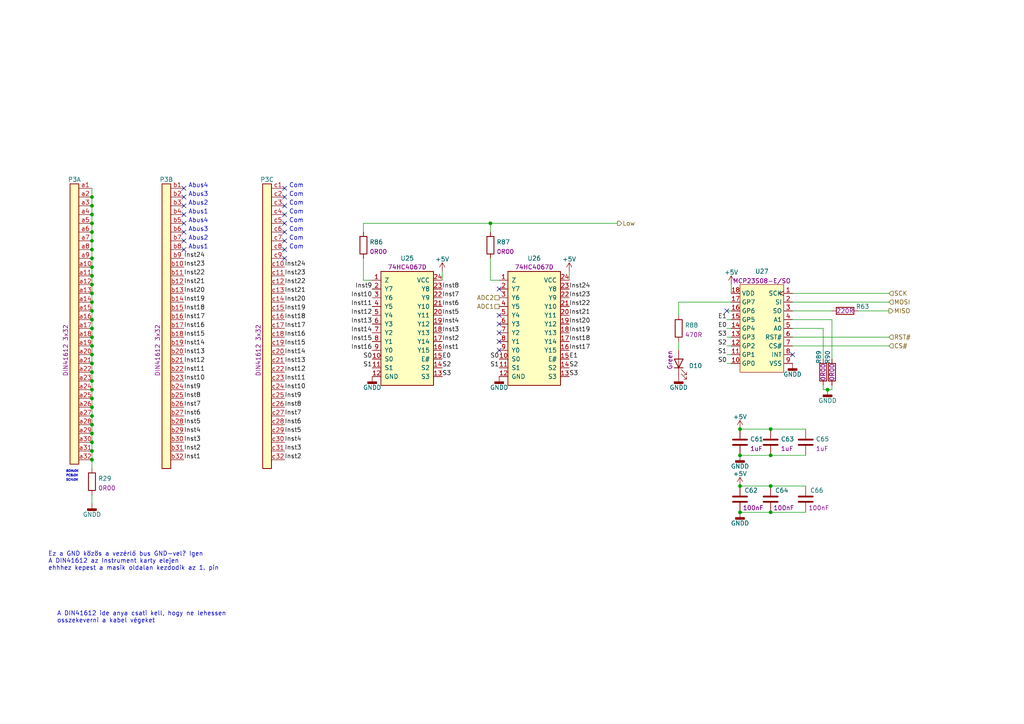
<source format=kicad_sch>
(kicad_sch (version 20211123) (generator eeschema)
  (paper "A4")
  (title_block (date "2022-03-07") (rev "V00") (company "Konvolúció Bt") (comment 1 "email: marrob50hz@gmail.com") (comment 2 "Tel: +36702776723") (comment 3 "https://github.com/marrob") (comment 4 "Support: "))
  (lib_symbols
    (symbol "Connectors:HARTING 09732966801" (pin_names (offset 1.016) hide)
      (property "Reference" "P" (at 0 41.91 0))
      (property "Comment" "DIN41612 3x32" (at 0 -44.45 0))
      (symbol "HARTING 09732966801_1_1"
        (rectangle (start -1.27 39.37) (end 1.27 -41.91) (stroke (width 0.254)) (fill (type background)))
        (pin passive line (at -5.08 38.1 0) (length 3.81) (name "Pin_a1") (number "a1"))
        (pin passive line (at -5.08 15.24 0) (length 3.81) (name "Pin_a10") (number "a10"))
        (pin passive line (at -5.08 12.7 0) (length 3.81) (name "Pin_a11") (number "a11"))
        (pin passive line (at -5.08 10.16 0) (length 3.81) (name "Pin_a12") (number "a12"))
        (pin passive line (at -5.08 7.62 0) (length 3.81) (name "Pin_a13") (number "a13"))
        (pin passive line (at -5.08 5.08 0) (length 3.81) (name "Pin_a14") (number "a14"))
        (pin passive line (at -5.08 2.54 0) (length 3.81) (name "Pin_a15") (number "a15"))
        (pin passive line (at -5.08 0 0) (length 3.81) (name "Pin_a16") (number "a16"))
        (pin passive line (at -5.08 -2.54 0) (length 3.81) (name "Pin_a17") (number "a17"))
        (pin passive line (at -5.08 -5.08 0) (length 3.81) (name "Pin_a18") (number "a18"))
        (pin passive line (at -5.08 -7.62 0) (length 3.81) (name "Pin_a19") (number "a19"))
        (pin passive line (at -5.08 35.56 0) (length 3.81) (name "Pin_a2") (number "a2"))
        (pin passive line (at -5.08 -10.16 0) (length 3.81) (name "Pin_a20") (number "a20"))
        (pin passive line (at -5.08 -12.7 0) (length 3.81) (name "Pin_a21") (number "a21"))
        (pin passive line (at -5.08 -15.24 0) (length 3.81) (name "Pin_a22") (number "a22"))
        (pin passive line (at -5.08 -17.78 0) (length 3.81) (name "Pin_a23") (number "a23"))
        (pin passive line (at -5.08 -20.32 0) (length 3.81) (name "Pin_a24") (number "a24"))
        (pin passive line (at -5.08 -22.86 0) (length 3.81) (name "Pin_a25") (number "a25"))
        (pin passive line (at -5.08 -25.4 0) (length 3.81) (name "Pin_a26") (number "a26"))
        (pin passive line (at -5.08 -27.94 0) (length 3.81) (name "Pin_a27") (number "a27"))
        (pin passive line (at -5.08 -30.48 0) (length 3.81) (name "Pin_a28") (number "a28"))
        (pin passive line (at -5.08 -33.02 0) (length 3.81) (name "Pin_a29") (number "a29"))
        (pin passive line (at -5.08 33.02 0) (length 3.81) (name "Pin_a3") (number "a3"))
        (pin passive line (at -5.08 -35.56 0) (length 3.81) (name "Pin_a30") (number "a30"))
        (pin passive line (at -5.08 -38.1 0) (length 3.81) (name "Pin_a31") (number "a31"))
        (pin passive line (at -5.08 -40.64 0) (length 3.81) (name "Pin_a32") (number "a32"))
        (pin passive line (at -5.08 30.48 0) (length 3.81) (name "Pin_a4") (number "a4"))
        (pin passive line (at -5.08 27.94 0) (length 3.81) (name "Pin_a5") (number "a5"))
        (pin passive line (at -5.08 25.4 0) (length 3.81) (name "Pin_a6") (number "a6"))
        (pin passive line (at -5.08 22.86 0) (length 3.81) (name "Pin_a7") (number "a7"))
        (pin passive line (at -5.08 20.32 0) (length 3.81) (name "Pin_a8") (number "a8"))
        (pin passive line (at -5.08 17.78 0) (length 3.81) (name "Pin_a9") (number "a9"))
      )
      (symbol "HARTING 09732966801_2_1"
        (rectangle (start -1.27 39.37) (end 1.27 -43.18) (stroke (width 0.254)) (fill (type background)))
        (pin passive line (at -5.08 38.1 0) (length 3.81) (name "b1") (number "b1"))
        (pin passive line (at -5.08 15.24 0) (length 3.81) (name "b10") (number "b10"))
        (pin passive line (at -5.08 12.7 0) (length 3.81) (name "b11") (number "b11"))
        (pin passive line (at -5.08 10.16 0) (length 3.81) (name "b12") (number "b12"))
        (pin passive line (at -5.08 7.62 0) (length 3.81) (name "b13") (number "b13"))
        (pin passive line (at -5.08 5.08 0) (length 3.81) (name "b14") (number "b14"))
        (pin passive line (at -5.08 2.54 0) (length 3.81) (name "b15") (number "b15"))
        (pin passive line (at -5.08 0 0) (length 3.81) (name "b16") (number "b16"))
        (pin passive line (at -5.08 -2.54 0) (length 3.81) (name "b17") (number "b17"))
        (pin passive line (at -5.08 -5.08 0) (length 3.81) (name "b18") (number "b18"))
        (pin passive line (at -5.08 -7.62 0) (length 3.81) (name "b19") (number "b19"))
        (pin passive line (at -5.08 35.56 0) (length 3.81) (name "b2") (number "b2"))
        (pin passive line (at -5.08 -10.16 0) (length 3.81) (name "b20") (number "b20"))
        (pin passive line (at -5.08 -12.7 0) (length 3.81) (name "b21") (number "b21"))
        (pin passive line (at -5.08 -15.24 0) (length 3.81) (name "b22") (number "b22"))
        (pin passive line (at -5.08 -17.78 0) (length 3.81) (name "b23") (number "b23"))
        (pin passive line (at -5.08 -20.32 0) (length 3.81) (name "b24") (number "b24"))
        (pin passive line (at -5.08 -22.86 0) (length 3.81) (name "b25") (number "b25"))
        (pin passive line (at -5.08 -25.4 0) (length 3.81) (name "b26") (number "b26"))
        (pin passive line (at -5.08 -27.94 0) (length 3.81) (name "b27") (number "b27"))
        (pin passive line (at -5.08 -30.48 0) (length 3.81) (name "b28") (number "b28"))
        (pin passive line (at -5.08 -33.02 0) (length 3.81) (name "b29") (number "b29"))
        (pin passive line (at -5.08 33.02 0) (length 3.81) (name "b3") (number "b3"))
        (pin passive line (at -5.08 -35.56 0) (length 3.81) (name "b30") (number "b30"))
        (pin passive line (at -5.08 -38.1 0) (length 3.81) (name "b31") (number "b31"))
        (pin passive line (at -5.08 -40.64 0) (length 3.81) (name "b32") (number "b32"))
        (pin passive line (at -5.08 30.48 0) (length 3.81) (name "b4") (number "b4"))
        (pin passive line (at -5.08 27.94 0) (length 3.81) (name "b5") (number "b5"))
        (pin passive line (at -5.08 25.4 0) (length 3.81) (name "b6") (number "b6"))
        (pin passive line (at -5.08 22.86 0) (length 3.81) (name "b7") (number "b7"))
        (pin passive line (at -5.08 20.32 0) (length 3.81) (name "b8") (number "b8"))
        (pin passive line (at -5.08 17.78 0) (length 3.81) (name "b9") (number "b9"))
      )
      (symbol "HARTING 09732966801_3_1"
        (rectangle (start -1.27 39.37) (end 1.27 -43.18) (stroke (width 0.254)) (fill (type background)))
        (pin passive line (at -5.08 38.1 0) (length 3.81) (name "c1") (number "c1"))
        (pin passive line (at -5.08 15.24 0) (length 3.81) (name "c10") (number "c10"))
        (pin passive line (at -5.08 12.7 0) (length 3.81) (name "c11") (number "c11"))
        (pin passive line (at -5.08 10.16 0) (length 3.81) (name "c12") (number "c12"))
        (pin passive line (at -5.08 7.62 0) (length 3.81) (name "c13") (number "c13"))
        (pin passive line (at -5.08 5.08 0) (length 3.81) (name "c14") (number "c14"))
        (pin passive line (at -5.08 2.54 0) (length 3.81) (name "c15") (number "c15"))
        (pin passive line (at -5.08 0 0) (length 3.81) (name "c16") (number "c16"))
        (pin passive line (at -5.08 -2.54 0) (length 3.81) (name "c17") (number "c17"))
        (pin passive line (at -5.08 -5.08 0) (length 3.81) (name "c18") (number "c18"))
        (pin passive line (at -5.08 -7.62 0) (length 3.81) (name "c19") (number "c19"))
        (pin passive line (at -5.08 35.56 0) (length 3.81) (name "c2") (number "c2"))
        (pin passive line (at -5.08 -10.16 0) (length 3.81) (name "c20") (number "c20"))
        (pin passive line (at -5.08 -12.7 0) (length 3.81) (name "c21") (number "c21"))
        (pin passive line (at -5.08 -15.24 0) (length 3.81) (name "c22") (number "c22"))
        (pin passive line (at -5.08 -17.78 0) (length 3.81) (name "c23") (number "c23"))
        (pin passive line (at -5.08 -20.32 0) (length 3.81) (name "c24") (number "c24"))
        (pin passive line (at -5.08 -22.86 0) (length 3.81) (name "c25") (number "c25"))
        (pin passive line (at -5.08 -25.4 0) (length 3.81) (name "c26") (number "c26"))
        (pin passive line (at -5.08 -27.94 0) (length 3.81) (name "c27") (number "c27"))
        (pin passive line (at -5.08 -30.48 0) (length 3.81) (name "c28") (number "c28"))
        (pin passive line (at -5.08 -33.02 0) (length 3.81) (name "c29") (number "c29"))
        (pin passive line (at -5.08 33.02 0) (length 3.81) (name "c3") (number "c3"))
        (pin passive line (at -5.08 -35.56 0) (length 3.81) (name "c30") (number "c30"))
        (pin passive line (at -5.08 -38.1 0) (length 3.81) (name "c31") (number "c31"))
        (pin passive line (at -5.08 -40.64 0) (length 3.81) (name "c32") (number "c32"))
        (pin passive line (at -5.08 30.48 0) (length 3.81) (name "c4") (number "c4"))
        (pin passive line (at -5.08 27.94 0) (length 3.81) (name "c5") (number "c5"))
        (pin passive line (at -5.08 25.4 0) (length 3.81) (name "c6") (number "c6"))
        (pin passive line (at -5.08 22.86 0) (length 3.81) (name "c7") (number "c7"))
        (pin passive line (at -5.08 20.32 0) (length 3.81) (name "c8") (number "c8"))
        (pin passive line (at -5.08 17.78 0) (length 3.81) (name "c9") (number "c9"))
      )
    )
    (symbol "CustomPowers:+5V" (power) (pin_names (offset 0))
      (property "Value" "+5V" (at 0 3.556 0))
      (symbol "+5V_0_1"
        (polyline (pts (xy -0.762 1.27) (xy 0 2.54)))
        (polyline (pts (xy 0 0) (xy 0 2.54)))
        (polyline (pts (xy 0 2.54) (xy 0.762 1.27)))
      )
      (symbol "+5V_1_1"
        (pin power_in line (at 0 0 90) (length 0) hide (name "+5V") (number "1"))
      )
    )
    (symbol "CustomPowers:GNDD" (power) (pin_names (offset 0))
      (property "Value" "GNDD" (at 0 -3.175 0))
      (symbol "GNDD_0_1"
        (rectangle (start -1.27 -1.524) (end 1.27 -2.032) (stroke (width 0.254)) (fill (type outline)))
        (polyline (pts (xy 0 0) (xy 0 -1.524)))
      )
      (symbol "GNDD_1_1"
        (pin power_in line (at 0 0 270) (length 0) hide (name "GNDD") (number "1"))
      )
    )
    (symbol "Interfaces:MCP23S08-E{slash}SO"
      (property "Reference" "U" (at -2.54 16.51 0))
      (property "Comment" "MCP23S08-E/SO" (at 1.27 13.97 0))
      (symbol "MCP23S08-E{slash}SO_0_1"
        (rectangle (start -5.08 12.7) (end 7.62 -12.7) (fill (type background)))
      )
      (symbol "MCP23S08-E{slash}SO_1_1"
        (pin input clock (at -7.62 10.16 0) (length 2.54) (name "SCK") (number "1"))
        (pin bidirectional line (at 10.16 -10.16 180) (length 2.54) (name "GP0") (number "10"))
        (pin bidirectional line (at 10.16 -7.62 180) (length 2.54) (name "GP1") (number "11"))
        (pin bidirectional line (at 10.16 -5.08 180) (length 2.54) (name "GP2") (number "12"))
        (pin bidirectional line (at 10.16 -2.54 180) (length 2.54) (name "GP3") (number "13"))
        (pin bidirectional line (at 10.16 0 180) (length 2.54) (name "GP4") (number "14"))
        (pin bidirectional line (at 10.16 2.54 180) (length 2.54) (name "GP5") (number "15"))
        (pin bidirectional line (at 10.16 5.08 180) (length 2.54) (name "GP6") (number "16"))
        (pin bidirectional line (at 10.16 7.62 180) (length 2.54) (name "GP7") (number "17"))
        (pin power_in line (at 10.16 10.16 180) (length 2.54) (name "VDD") (number "18"))
        (pin input line (at -7.62 7.62 0) (length 2.54) (name "SI") (number "2"))
        (pin output line (at -7.62 5.08 0) (length 2.54) (name "SO") (number "3"))
        (pin input line (at -7.62 2.54 0) (length 2.54) (name "A1") (number "4"))
        (pin input line (at -7.62 0 0) (length 2.54) (name "A0") (number "5"))
        (pin input line (at -7.62 -2.54 0) (length 2.54) (name "RST#") (number "6"))
        (pin input line (at -7.62 -5.08 0) (length 2.54) (name "CS#") (number "7"))
        (pin output line (at -7.62 -7.62 0) (length 2.54) (name "INT") (number "8"))
        (pin power_in line (at -7.62 -10.16 0) (length 2.54) (name "VSS") (number "9"))
      )
    )
    (symbol "LED:0805 Green" (pin_numbers hide) (pin_names (offset 1.016) hide)
      (property "Reference" "D" (at 0 -2.54 0))
      (property "Comment" "Green" (at 0 -8.255 0))
      (symbol "0805 Green_1_1"
        (polyline (pts (xy -1.27 -1.27) (xy -1.27 1.27)) (stroke (width 0.254)))
        (polyline (pts (xy -1.27 0) (xy 1.27 0)))
        (polyline (pts (xy 1.27 -1.27) (xy 1.27 1.27) (xy -1.27 0) (xy 1.27 -1.27)) (stroke (width 0.254)))
        (polyline (pts (xy -3.048 -0.762) (xy -4.572 -2.286) (xy -3.81 -2.286) (xy -4.572 -2.286) (xy -4.572 -1.524)))
        (polyline (pts (xy -1.778 -0.762) (xy -3.302 -2.286) (xy -2.54 -2.286) (xy -3.302 -2.286) (xy -3.302 -1.524)))
        (pin passive line (at -3.81 0 0) (length 2.54) (name "K") (number "1"))
        (pin passive line (at 3.81 0 180) (length 2.54) (name "A") (number "2"))
      )
    )
    (symbol "Logic:74HC4067D" (pin_names (offset 1.016))
      (property "Reference" "U" (at -7.62 17.78 0))
      (property "Comment" "74HC4067D" (at 0.635 -27.94 0))
      (symbol "74HC4067D_1_1"
        (rectangle (start -7.62 15.24) (end 7.62 -17.78) (stroke (width 0.254)) (fill (type background)))
        (pin passive line (at -10.16 12.7 0) (length 2.54) (name "Z") (number "1"))
        (pin input line (at -10.16 -10.16 0) (length 2.54) (name "S0") (number "10"))
        (pin input line (at -10.16 -12.7 0) (length 2.54) (name "S1") (number "11"))
        (pin power_in line (at -10.16 -15.24 0) (length 2.54) (name "GND") (number "12"))
        (pin input line (at 10.16 -15.24 180) (length 2.54) (name "S3") (number "13"))
        (pin input line (at 10.16 -12.7 180) (length 2.54) (name "S2") (number "14"))
        (pin input line (at 10.16 -10.16 180) (length 2.54) (name "E#") (number "15"))
        (pin passive line (at 10.16 -7.62 180) (length 2.54) (name "Y15") (number "16"))
        (pin passive line (at 10.16 -5.08 180) (length 2.54) (name "Y14") (number "17"))
        (pin passive line (at 10.16 -2.54 180) (length 2.54) (name "Y13") (number "18"))
        (pin passive line (at 10.16 0 180) (length 2.54) (name "Y12") (number "19"))
        (pin passive line (at -10.16 10.16 0) (length 2.54) (name "Y7") (number "2"))
        (pin passive line (at 10.16 2.54 180) (length 2.54) (name "Y11") (number "20"))
        (pin passive line (at 10.16 5.08 180) (length 2.54) (name "Y10") (number "21"))
        (pin passive line (at 10.16 7.62 180) (length 2.54) (name "Y9") (number "22"))
        (pin passive line (at 10.16 10.16 180) (length 2.54) (name "Y8") (number "23"))
        (pin power_in line (at 10.16 12.7 180) (length 2.54) (name "VCC") (number "24"))
        (pin passive line (at -10.16 7.62 0) (length 2.54) (name "Y6") (number "3"))
        (pin passive line (at -10.16 5.08 0) (length 2.54) (name "Y5") (number "4"))
        (pin passive line (at -10.16 2.54 0) (length 2.54) (name "Y4") (number "5"))
        (pin passive line (at -10.16 0 0) (length 2.54) (name "Y3") (number "6"))
        (pin passive line (at -10.16 -2.54 0) (length 2.54) (name "Y2") (number "7"))
        (pin passive line (at -10.16 -5.08 0) (length 2.54) (name "Y1") (number "8"))
        (pin passive line (at -10.16 -7.62 0) (length 2.54) (name "Y0") (number "9"))
      )
    )
    (symbol "Passive:Capacitator 0805 100nF 50V 10% X7R" (pin_numbers hide) (pin_names (offset 1.016))
      (property "Reference" "C" (at 3.81 1.27 0))
      (property "Comment" "100nF" (at 6.35 -1.27 0))
      (symbol "Capacitator 0805 100nF 50V 10% X7R_1_1"
        (polyline (pts (xy -2.032 -0.762) (xy 2.032 -0.762)) (stroke (width 0.508)))
        (polyline (pts (xy -2.032 0.762) (xy 2.032 0.762)) (stroke (width 0.508)))
        (pin passive line (at 0 3.81 270) (length 2.794) (name "~") (number "1"))
        (pin passive line (at 0 -3.81 90) (length 2.794) (name "~") (number "2"))
      )
    )
    (symbol "Passive:Capacitator 0805 1uF 16V 10% X7R" (pin_numbers hide) (pin_names (offset 1.016) hide)
      (property "Reference" "C" (at 0 -5.08 0))
      (property "Comment" "1uF" (at 0 -10.16 0))
      (symbol "Capacitator 0805 1uF 16V 10% X7R_1_1"
        (polyline (pts (xy -2.032 -0.762) (xy 2.032 -0.762)) (stroke (width 0.508)))
        (polyline (pts (xy -2.032 0.762) (xy 2.032 0.762)) (stroke (width 0.508)))
        (pin passive line (at 0 3.81 270) (length 2.794) (name "~") (number "1"))
        (pin passive line (at 0 -3.81 90) (length 2.794) (name "~") (number "2"))
      )
    )
    (symbol "Passive:Resistor 0805 0R00" (pin_numbers hide) (pin_names (offset 1.016))
      (property "Reference" "R" (at 0 -5.08 0))
      (property "Comment" "0R00" (at 0 -10.795 0))
      (symbol "Resistor 0805 0R00_1_1"
        (rectangle (start -1.016 -2.54) (end 1.016 2.54) (stroke (width 0.254)))
        (pin passive line (at 0 3.81 270) (length 1.27) (name "~") (number "1"))
        (pin passive line (at 0 -3.81 90) (length 1.27) (name "~") (number "2"))
      )
    )
    (symbol "Passive:Resistor 0805 220R" (pin_numbers hide) (pin_names (offset 1.016))
      (property "Reference" "R" (at 0 0 0))
      (property "Comment" "220R" (at 0 0 0))
      (symbol "Resistor 0805 220R_1_1"
        (rectangle (start -1.016 -2.54) (end 1.016 2.54) (stroke (width 0.254)))
        (pin passive line (at 0 3.81 270) (length 1.27) (name "~") (number "1"))
        (pin passive line (at 0 -3.81 90) (length 1.27) (name "~") (number "2"))
      )
    )
    (symbol "Passive:Resistor 0805 470R" (pin_numbers hide) (pin_names (offset 1.016))
      (property "Reference" "R" (at 0 0 0))
      (property "Comment" "470R" (at 0 0 0))
      (symbol "Resistor 0805 470R_1_1"
        (rectangle (start -1.016 -2.54) (end 1.016 2.54) (stroke (width 0.254)))
        (pin passive line (at 0 3.81 270) (length 1.27) (name "~") (number "1"))
        (pin passive line (at 0 -3.81 90) (length 1.27) (name "~") (number "2"))
      )
    )
  )
  (junction (at 26.67 102.87))
  (junction (at 26.67 77.47))
  (junction (at 26.67 64.77))
  (junction (at 26.67 100.33))
  (junction (at 26.67 115.57))
  (junction (at 26.67 62.23))
  (junction (at 214.63 148.59))
  (junction (at 26.67 125.73))
  (junction (at 240.03 113.03))
  (junction (at 214.63 124.46))
  (junction (at 26.67 87.63))
  (junction (at 223.52 132.08))
  (junction (at 26.67 105.41))
  (junction (at 26.67 85.09))
  (junction (at 26.67 97.79))
  (junction (at 26.67 57.15))
  (junction (at 26.67 133.35))
  (junction (at 26.67 92.71))
  (junction (at 26.67 123.19))
  (junction (at 26.67 59.69))
  (junction (at 26.67 80.01))
  (junction (at 26.67 120.65))
  (junction (at 142.24 64.77))
  (junction (at 26.67 82.55))
  (junction (at 223.52 148.59))
  (junction (at 214.63 140.97))
  (junction (at 26.67 113.03))
  (junction (at 26.67 69.85))
  (junction (at 26.67 90.17))
  (junction (at 223.52 140.97))
  (junction (at 214.63 132.08))
  (junction (at 26.67 107.95))
  (junction (at 26.67 67.31))
  (junction (at 26.67 118.11))
  (junction (at 26.67 128.27))
  (junction (at 26.67 72.39))
  (junction (at 26.67 95.25))
  (junction (at 26.67 74.93))
  (junction (at 223.52 124.46))
  (junction (at 26.67 110.49))
  (junction (at 26.67 130.81))
  (no_connect (at 53.34 67.31))
  (no_connect (at 53.34 69.85))
  (no_connect (at 53.34 72.39))
  (no_connect (at 53.34 54.61))
  (no_connect (at 53.34 57.15))
  (no_connect (at 53.34 59.69))
  (no_connect (at 53.34 62.23))
  (no_connect (at 53.34 64.77))
  (no_connect (at 144.78 83.82))
  (no_connect (at 210.82 90.17))
  (no_connect (at 229.87 102.87))
  (no_connect (at 82.55 67.31))
  (no_connect (at 82.55 64.77))
  (no_connect (at 82.55 62.23))
  (no_connect (at 82.55 59.69))
  (no_connect (at 82.55 57.15))
  (no_connect (at 82.55 54.61))
  (no_connect (at 82.55 69.85))
  (no_connect (at 82.55 72.39))
  (no_connect (at 82.55 74.93))
  (no_connect (at 144.78 93.98))
  (no_connect (at 144.78 96.52))
  (no_connect (at 144.78 99.06))
  (no_connect (at 144.78 101.6))
  (no_connect (at 144.78 91.44))
  (wire (pts (xy 241.3 92.71) (xy 241.3 104.14)))
  (wire (pts (xy 223.52 124.46) (xy 233.68 124.46)))
  (wire (pts (xy 210.82 90.17) (xy 212.09 90.17)))
  (wire (pts (xy 26.67 72.39) (xy 26.67 74.93)))
  (wire (pts (xy 26.67 97.79) (xy 26.67 100.33)))
  (wire (pts (xy 210.82 102.87) (xy 212.09 102.87)))
  (wire (pts (xy 223.52 148.59) (xy 233.68 148.59)))
  (wire (pts (xy 142.24 64.77) (xy 142.24 67.31)))
  (wire (pts (xy 26.67 77.47) (xy 26.67 80.01)))
  (wire (pts (xy 26.67 80.01) (xy 26.67 82.55)))
  (wire (pts (xy 229.87 87.63) (xy 257.81 87.63)))
  (wire (pts (xy 26.67 69.85) (xy 26.67 72.39)))
  (wire (pts (xy 241.3 113.03) (xy 240.03 113.03)))
  (wire (pts (xy 26.67 133.35) (xy 26.67 135.89)))
  (wire (pts (xy 223.52 132.08) (xy 233.68 132.08)))
  (wire (pts (xy 105.41 81.28) (xy 107.95 81.28)))
  (wire (pts (xy 238.76 113.03) (xy 238.76 111.76)))
  (wire (pts (xy 196.85 87.63) (xy 212.09 87.63)))
  (wire (pts (xy 240.03 113.03) (xy 238.76 113.03)))
  (wire (pts (xy 26.67 87.63) (xy 26.67 90.17)))
  (wire (pts (xy 26.67 107.95) (xy 26.67 110.49)))
  (wire (pts (xy 26.67 123.19) (xy 26.67 125.73)))
  (wire (pts (xy 26.67 59.69) (xy 26.67 62.23)))
  (wire (pts (xy 105.41 67.31) (xy 105.41 64.77)))
  (wire (pts (xy 26.67 120.65) (xy 26.67 123.19)))
  (wire (pts (xy 210.82 100.33) (xy 212.09 100.33)))
  (wire (pts (xy 26.67 64.77) (xy 26.67 67.31)))
  (wire (pts (xy 142.24 64.77) (xy 179.07 64.77)))
  (wire (pts (xy 26.67 67.31) (xy 26.67 69.85)))
  (wire (pts (xy 26.67 143.51) (xy 26.67 146.05)))
  (wire (pts (xy 26.67 110.49) (xy 26.67 113.03)))
  (wire (pts (xy 144.78 81.28) (xy 142.24 81.28)))
  (wire (pts (xy 26.67 128.27) (xy 26.67 130.81)))
  (wire (pts (xy 26.67 62.23) (xy 26.67 64.77)))
  (wire (pts (xy 248.92 90.17) (xy 257.81 90.17)))
  (wire (pts (xy 142.24 74.93) (xy 142.24 81.28)))
  (wire (pts (xy 26.67 130.81) (xy 26.67 133.35)))
  (wire (pts (xy 26.67 54.61) (xy 26.67 57.15)))
  (wire (pts (xy 223.52 140.97) (xy 233.68 140.97)))
  (wire (pts (xy 26.67 100.33) (xy 26.67 102.87)))
  (wire (pts (xy 128.27 78.74) (xy 128.27 81.28)))
  (wire (pts (xy 214.63 140.97) (xy 223.52 140.97)))
  (wire (pts (xy 26.67 95.25) (xy 26.67 97.79)))
  (wire (pts (xy 26.67 105.41) (xy 26.67 107.95)))
  (wire (pts (xy 229.87 100.33) (xy 257.81 100.33)))
  (wire (pts (xy 165.1 78.74) (xy 165.1 81.28)))
  (wire (pts (xy 26.67 74.93) (xy 26.67 77.47)))
  (wire (pts (xy 210.82 92.71) (xy 212.09 92.71)))
  (wire (pts (xy 229.87 95.25) (xy 238.76 95.25)))
  (wire (pts (xy 210.82 97.79) (xy 212.09 97.79)))
  (wire (pts (xy 26.67 92.71) (xy 26.67 95.25)))
  (wire (pts (xy 212.09 82.55) (xy 212.09 85.09)))
  (wire (pts (xy 229.87 90.17) (xy 241.3 90.17)))
  (wire (pts (xy 214.63 124.46) (xy 223.52 124.46)))
  (wire (pts (xy 241.3 113.03) (xy 241.3 111.76)))
  (wire (pts (xy 26.67 82.55) (xy 26.67 85.09)))
  (wire (pts (xy 229.87 97.79) (xy 257.81 97.79)))
  (wire (pts (xy 210.82 95.25) (xy 212.09 95.25)))
  (wire (pts (xy 26.67 57.15) (xy 26.67 59.69)))
  (wire (pts (xy 214.63 148.59) (xy 223.52 148.59)))
  (wire (pts (xy 229.87 92.71) (xy 241.3 92.71)))
  (wire (pts (xy 26.67 85.09) (xy 26.67 87.63)))
  (wire (pts (xy 26.67 115.57) (xy 26.67 118.11)))
  (wire (pts (xy 105.41 74.93) (xy 105.41 81.28)))
  (wire (pts (xy 26.67 102.87) (xy 26.67 105.41)))
  (wire (pts (xy 105.41 64.77) (xy 142.24 64.77)))
  (wire (pts (xy 26.67 118.11) (xy 26.67 120.65)))
  (wire (pts (xy 229.87 85.09) (xy 257.81 85.09)))
  (wire (pts (xy 214.63 132.08) (xy 223.52 132.08)))
  (wire (pts (xy 196.85 99.06) (xy 196.85 101.6)))
  (wire (pts (xy 196.85 87.63) (xy 196.85 91.44)))
  (wire (pts (xy 26.67 90.17) (xy 26.67 92.71)))
  (wire (pts (xy 238.76 95.25) (xy 238.76 104.14)))
  (wire (pts (xy 26.67 113.03) (xy 26.67 115.57)))
  (wire (pts (xy 26.67 125.73) (xy 26.67 128.27)))
  (wire (pts (xy 210.82 105.41) (xy 212.09 105.41)))
  (text "A DIN41612 ide anya csati kell, hogy ne lehessen \nosszekeverni a kabel végeket\n\n" (at 16.51 182.88 0) (effects (font (size 1.27 1.27)) (justify left bottom)))
  (text "Com" (at 83.82 69.85 0) (effects (font (size 1.27 1.27)) (justify left bottom)))
  (text "Abus3" (at 54.61 67.31 0) (effects (font (size 1.27 1.27)) (justify left bottom)))
  (text "Abus1" (at 54.61 72.39 0) (effects (font (size 1.27 1.27)) (justify left bottom)))
  (text "Com" (at 83.82 62.23 0) (effects (font (size 1.27 1.27)) (justify left bottom)))
  (text "PCB:OK" (at 19.05 138.43 0) (effects (font (size 0.635 0.635) italic) (justify left bottom)))
  (text "Com" (at 83.82 67.31 0) (effects (font (size 1.27 1.27)) (justify left bottom)))
  (text "Abus2" (at 54.61 69.85 0) (effects (font (size 1.27 1.27)) (justify left bottom)))
  (text "Com" (at 83.82 64.77 0) (effects (font (size 1.27 1.27)) (justify left bottom)))
  (text "Abus4" (at 54.61 54.61 0) (effects (font (size 1.27 1.27)) (justify left bottom)))
  (text "BOM:OK" (at 19.05 137.16 0) (effects (font (size 0.635 0.635) italic) (justify left bottom)))
  (text "Abus3" (at 54.61 57.15 0) (effects (font (size 1.27 1.27)) (justify left bottom)))
  (text "Abus1" (at 54.61 62.23 0) (effects (font (size 1.27 1.27)) (justify left bottom)))
  (text "Abus4" (at 54.61 64.77 0) (effects (font (size 1.27 1.27)) (justify left bottom)))
  (text "Abus2" (at 54.61 59.69 0) (effects (font (size 1.27 1.27)) (justify left bottom)))
  (text "SCH:OK" (at 19.05 139.7 0) (effects (font (size 0.635 0.635) italic) (justify left bottom)))
  (text "Com" (at 83.82 59.69 0) (effects (font (size 1.27 1.27)) (justify left bottom)))
  (text "Com" (at 83.82 54.61 0) (effects (font (size 1.27 1.27)) (justify left bottom)))
  (text "Ez a GND közös a vezérlő bus GND-vel? Igen\nA DIN41612 az Instrument karty elejen \nehhhez kepest a masik oldalan kezdodik az 1. pin\n\n" (at 13.97 167.64 0) (effects (font (size 1.27 1.27)) (justify left bottom)))
  (text "Com" (at 83.82 57.15 0) (effects (font (size 1.27 1.27)) (justify left bottom)))
  (text "Com" (at 83.82 72.39 0) (effects (font (size 1.27 1.27)) (justify left bottom)))
  (label "Inst10" (at 82.55 113.03 0))
  (label "Inst13" (at 107.95 93.98 180))
  (label "Inst18" (at 165.1 99.06 0))
  (label "Inst12" (at 82.55 107.95 0))
  (label "Inst13" (at 53.34 102.87 0))
  (label "S0" (at 144.78 104.14 180))
  (label "Inst16" (at 107.95 101.6 180))
  (label "S1" (at 107.95 106.68 180))
  (label "Inst2" (at 53.34 130.81 0))
  (label "Inst16" (at 53.34 95.25 0))
  (label "Inst1" (at 128.27 101.6 0))
  (label "Inst9" (at 107.95 83.82 180))
  (label "Inst22" (at 82.55 82.55 0))
  (label "Inst8" (at 53.34 115.57 0))
  (label "S2" (at 165.1 106.68 0))
  (label "S1" (at 144.78 106.68 180))
  (label "Inst24" (at 82.55 77.47 0))
  (label "Inst24" (at 165.1 83.82 0))
  (label "S3" (at 165.1 109.22 0))
  (label "Inst19" (at 165.1 96.52 0))
  (label "Inst4" (at 82.55 128.27 0))
  (label "Inst20" (at 82.55 87.63 0))
  (label "S2" (at 210.82 100.33 180))
  (label "E1" (at 210.82 92.71 180))
  (label "Inst10" (at 107.95 86.36 180))
  (label "Inst2" (at 82.55 133.35 0))
  (label "Inst21" (at 53.34 82.55 0))
  (label "Inst6" (at 82.55 123.19 0))
  (label "Inst11" (at 82.55 110.49 0))
  (label "Inst5" (at 128.27 91.44 0))
  (label "Inst9" (at 82.55 115.57 0))
  (label "E0" (at 210.82 95.25 180))
  (label "Inst13" (at 82.55 105.41 0))
  (label "Inst9" (at 53.34 113.03 0))
  (label "Inst21" (at 165.1 91.44 0))
  (label "Inst7" (at 53.34 118.11 0))
  (label "Inst17" (at 82.55 95.25 0))
  (label "Inst20" (at 53.34 85.09 0))
  (label "Inst17" (at 165.1 101.6 0))
  (label "Inst11" (at 53.34 107.95 0))
  (label "Inst5" (at 82.55 125.73 0))
  (label "Inst18" (at 53.34 90.17 0))
  (label "Inst15" (at 82.55 100.33 0))
  (label "S0" (at 210.82 105.41 180))
  (label "Inst18" (at 82.55 92.71 0))
  (label "Inst19" (at 82.55 90.17 0))
  (label "S0" (at 107.95 104.14 180))
  (label "Inst6" (at 128.27 88.9 0))
  (label "Inst15" (at 107.95 99.06 180))
  (label "Inst23" (at 165.1 86.36 0))
  (label "Inst23" (at 53.34 77.47 0))
  (label "Inst12" (at 53.34 105.41 0))
  (label "Inst8" (at 128.27 83.82 0))
  (label "Inst15" (at 53.34 97.79 0))
  (label "Inst6" (at 53.34 120.65 0))
  (label "Inst19" (at 53.34 87.63 0))
  (label "Inst22" (at 53.34 80.01 0))
  (label "Inst8" (at 82.55 118.11 0))
  (label "S2" (at 128.27 106.68 0))
  (label "Inst22" (at 165.1 88.9 0))
  (label "Inst11" (at 107.95 88.9 180))
  (label "Inst2" (at 128.27 99.06 0))
  (label "Inst20" (at 165.1 93.98 0))
  (label "Inst3" (at 128.27 96.52 0))
  (label "Inst21" (at 82.55 85.09 0))
  (label "Inst7" (at 82.55 120.65 0))
  (label "E0" (at 128.27 104.14 0))
  (label "Inst14" (at 82.55 102.87 0))
  (label "Inst4" (at 128.27 93.98 0))
  (label "Inst12" (at 107.95 91.44 180))
  (label "Inst14" (at 107.95 96.52 180))
  (label "S3" (at 210.82 97.79 180))
  (label "Inst3" (at 53.34 128.27 0))
  (label "Inst10" (at 53.34 110.49 0))
  (label "E1" (at 165.1 104.14 0))
  (label "Inst3" (at 82.55 130.81 0))
  (label "Inst16" (at 82.55 97.79 0))
  (label "Inst17" (at 53.34 92.71 0))
  (label "Inst7" (at 128.27 86.36 0))
  (label "S3" (at 128.27 109.22 0))
  (label "Inst4" (at 53.34 125.73 0))
  (label "Inst5" (at 53.34 123.19 0))
  (label "Inst24" (at 53.34 74.93 0))
  (label "Inst1" (at 53.34 133.35 0))
  (label "Inst14" (at 53.34 100.33 0))
  (label "Inst23" (at 82.55 80.01 0))
  (label "S1" (at 210.82 102.87 180))
  (hierarchical_label "MOSI" (shape input) (at 257.81 87.63 0))
  (hierarchical_label "MISO" (shape output) (at 257.81 90.17 0))
  (hierarchical_label "CS#" (shape input) (at 257.81 100.33 0))
  (hierarchical_label "Low" (shape output) (at 179.07 64.77 0))
  (hierarchical_label "ADC2" (shape passive) (at 144.78 86.36 180))
  (hierarchical_label "SCK" (shape input) (at 257.81 85.09 0))
  (hierarchical_label "RST#" (shape input) (at 257.81 97.79 0))
  (hierarchical_label "ADC1" (shape passive) (at 144.78 88.9 180))
  (symbol (lib_id "Passive:Capacitator 0805 100nF 50V 10% X7R") (at 214.63 144.78 0) (unit 1)
    (property "Reference" "C62" (at 215.9 142.24 0) (effects (justify left)))
    (property "Value" "Capacitator 0805 100nF 50V 10% X7R" (effects hide))
    (property "Footprint" "Passive:C0805" (effects hide))
    (property "Comment" "100nF" (at 218.44 147.32 0))
    (property "Manufacturer" "YAGEO" (effects hide))
    (property "ManufacturerPartNo" "CC0805KRX7R9BB104" (effects hide))
    (property "Supplier" "FAR-3019949;LOM-82-01-25" (effects hide))
  )
  (symbol (lib_id "Connectors:HARTING 09732966801") (at 21.59 92.71 0) (mirror y) (unit 1)
    (property "Reference" "P3" (at 21.59 52.07 0))
    (property "Value" "HARTING 09732966801" (effects hide))
    (property "Footprint" "Connectors:HARTING 09732966801" (effects hide))
    (property "Datasheet" "${KNV_DATASHEET}\\HARTING 09732966801.pdf" (effects hide))
    (property "Comment" "DIN41612 3x32" (at 19.05 101.6 90))
    (property "Manufacturer" "HARTING;" (effects hide))
    (property "ManufacturerPartNo" "09732966801" (effects hide))
    (property "Supplier" "TME-09732966801; FAR-1096942; RSC-470-443;" (effects hide))
  )
  (symbol (lib_id "CustomPowers:+5V") (at 212.09 82.55 0) (unit 1)
    (property "Reference" "#PWR0163" (effects hide))
    (property "Value" "+5V" (at 212.09 78.994 0))
  )
  (symbol (lib_id "Logic:74HC4067D") (at 154.94 93.98 0) (unit 1)
    (property "Reference" "U26" (at 154.94 74.93 0))
    (property "Value" "74HC4067D" (effects hide))
    (property "Footprint" "Semiconductor:SOIC-24" (effects hide))
    (property "Datasheet" "${KNV_DATASHEET}\\74HC4067.pdf" (effects hide))
    (property "Comment" "74HC4067D" (at 154.94 77.47 0))
    (property "Manufacturer" "Nexperia;" (effects hide))
    (property "ManufacturerPartNo" "74HC4067D" (effects hide))
    (property "Supplier" "RSC-483-6566;FAR-2777739;TME-74HC4067D" (effects hide))
  )
  (symbol (lib_id "Passive:Resistor 0805 0R00") (at 241.3 107.95 180) (unit 1)
    (property "Reference" "R90" (at 240.03 101.6 90) (effects (justify left)))
    (property "Value" "Resistor 0805 0R00" (effects hide))
    (property "Footprint" "Passive:R0805" (effects hide))
    (property "Comment" "0R00" (at 241.3 105.41 90) (effects (justify left)))
    (property "Manufacturer" "VIKING" (effects hide))
    (property "ManufacturerPartNo" "CR-05JL7----0R 0.125W" (effects hide))
    (property "Supplier" "LOM-81-10-02;" (effects hide))
  )
  (symbol (lib_id "LED:0805 Green") (at 196.85 105.41 90) (unit 1)
    (property "Reference" "D10" (at 199.771 106.089 90) (effects (justify right)))
    (property "Value" "0805 Green" (effects hide))
    (property "Footprint" "Passive:LED0805 GRE" (effects hide))
    (property "Comment" "Green" (at 194.31 101.6 0) (effects (justify right)))
    (property "Manufacturer" "KINGBRIGHT;Hongli Tronic;" (effects hide))
    (property "ManufacturerPartNo" "KP-2010SGC" (effects hide))
    (property "Supplier" "TME-KP-2012SGC;FAR-2099239;LOM-95-01-09;LOM-95-04-06;" (effects hide))
  )
  (symbol (lib_id "Passive:Resistor 0805 0R00") (at 142.24 71.12 0) (unit 1)
    (property "Reference" "R87" (at 144.018 70.2115 0) (effects (justify left)))
    (property "Value" "Resistor 0805 0R00" (effects hide))
    (property "Footprint" "Passive:R0805" (effects hide))
    (property "Comment" "0R00" (at 144.018 72.9866 0) (effects (justify left)))
    (property "Manufacturer" "VIKING" (effects hide))
    (property "ManufacturerPartNo" "CR-05JL7----0R 0.125W" (effects hide))
    (property "Supplier" "LOM-81-10-02;" (effects hide))
  )
  (symbol (lib_id "CustomPowers:GNDD") (at 229.87 105.41 0) (unit 1)
    (property "Reference" "#PWR0168" (effects hide))
    (property "Value" "GNDD" (at 229.87 108.585 0))
  )
  (symbol (lib_id "Passive:Capacitator 0805 100nF 50V 10% X7R") (at 233.68 144.78 0) (unit 1)
    (property "Reference" "C66" (at 234.95 142.24 0) (effects (justify left)))
    (property "Value" "Capacitator 0805 100nF 50V 10% X7R" (effects hide))
    (property "Footprint" "Passive:C0805" (effects hide))
    (property "Comment" "100nF" (at 237.49 147.32 0))
    (property "Manufacturer" "YAGEO" (effects hide))
    (property "ManufacturerPartNo" "CC0805KRX7R9BB104" (effects hide))
    (property "Supplier" "FAR-3019949;LOM-82-01-25" (effects hide))
  )
  (symbol (lib_id "Passive:Resistor 0805 0R00") (at 105.41 71.12 0) (unit 1)
    (property "Reference" "R86" (at 107.188 70.2115 0) (effects (justify left)))
    (property "Value" "Resistor 0805 0R00" (effects hide))
    (property "Footprint" "Passive:R0805" (effects hide))
    (property "Comment" "0R00" (at 107.188 72.9866 0) (effects (justify left)))
    (property "Manufacturer" "VIKING" (effects hide))
    (property "ManufacturerPartNo" "CR-05JL7----0R 0.125W" (effects hide))
    (property "Supplier" "LOM-81-10-02;" (effects hide))
  )
  (symbol (lib_id "CustomPowers:GNDD") (at 240.03 113.03 0) (unit 1)
    (property "Reference" "#PWR0169" (effects hide))
    (property "Value" "GNDD" (at 240.03 116.205 0))
  )
  (symbol (lib_id "Passive:Resistor 0805 0R00") (at 26.67 139.7 0) (unit 1)
    (property "Reference" "R29" (at 28.448 138.7915 0) (effects (justify left)))
    (property "Value" "Resistor 0805 0R00" (effects hide))
    (property "Footprint" "Passive:R0805" (effects hide))
    (property "Comment" "0R00" (at 28.448 141.5666 0) (effects (justify left)))
    (property "Manufacturer" "VIKING" (effects hide))
    (property "ManufacturerPartNo" "CR-05JL7----0R 0.125W" (effects hide))
    (property "Supplier" "LOM-81-10-02;" (effects hide))
  )
  (symbol (lib_id "CustomPowers:+5V") (at 214.63 140.97 0) (unit 1)
    (property "Reference" "#PWR0166" (effects hide))
    (property "Value" "+5V" (at 214.63 137.414 0))
  )
  (symbol (lib_id "Passive:Resistor 0805 220R") (at 245.11 90.17 90) (unit 1)
    (property "Reference" "R63" (at 250.19 88.9 90))
    (property "Value" "Resistor 0805 220R" (effects hide))
    (property "Footprint" "Passive:R0805" (effects hide))
    (property "Comment" "220R" (at 245.11 90.17 90))
    (property "Manufacturer" "Viking Tech Corp." (effects hide))
    (property "ManufacturerPartNo" "CR-05FL7--220R 0.125W " (effects hide))
    (property "Supplier" "LOM-80-10-78;" (effects hide))
  )
  (symbol (lib_id "Passive:Capacitator 0805 1uF 16V 10% X7R") (at 223.52 128.27 0) (unit 1)
    (property "Reference" "C63" (at 226.441 127.3615 0) (effects (justify left)))
    (property "Value" "Capacitator 0805 1uF 16V 10% X7R" (effects hide))
    (property "Footprint" "Passive:C0805" (effects hide))
    (property "Comment" "1uF" (at 226.441 130.1366 0) (effects (justify left)))
    (property "Manufacturer" "YAGEO; SAMSUNG;" (effects hide))
    (property "ManufacturerPartNo" "CC0805KKX7R7BB105;CL21B105KBFNNNG;" (effects hide))
    (property "Supplier" "LOM-82-05-11;FAR-2370711;TME-CC0805KKX7R7BB105;" (effects hide))
  )
  (symbol (lib_id "Passive:Resistor 0805 470R") (at 196.85 95.25 0) (unit 1)
    (property "Reference" "R88" (at 198.628 94.3415 0) (effects (justify left)))
    (property "Value" "Resistor 0805 470R" (effects hide))
    (property "Footprint" "Passive:R0805" (effects hide))
    (property "Comment" "470R" (at 198.628 97.1166 0) (effects (justify left)))
    (property "Manufacturer" "Walsin" (effects hide))
    (property "ManufacturerPartNo" "WR08X471JTL" (effects hide))
    (property "Supplier" "LOM-81-30-15;" (effects hide))
  )
  (symbol (lib_id "CustomPowers:+5V") (at 214.63 124.46 0) (unit 1)
    (property "Reference" "#PWR0164" (effects hide))
    (property "Value" "+5V" (at 214.63 120.904 0))
  )
  (symbol (lib_id "Interfaces:MCP23S08-E{slash}SO") (at 222.25 95.25 0) (mirror y) (unit 1)
    (property "Reference" "U27" (at 220.98 78.7105 0))
    (property "Value" "MCP23S08-E/SO" (effects hide))
    (property "Footprint" "Semiconductor:SOIC-18W" (effects hide))
    (property "Datasheet" "${KNV_DATASHEET}\\MCP23S08.pdf" (effects hide))
    (property "Manufacturer" "Microchip" (effects hide))
    (property "ManufacturerPartNo" "MCP23S08-E/SO" (effects hide))
    (property "Supplier" "CHP-MCP23S08-E/SO;TME-MCP23S08-E/SO;FAR-1332092;" (effects hide))
    (property "Comment" "MCP23S08-E/SO" (at 220.98 81.4856 0))
  )
  (symbol (lib_id "CustomPowers:GNDD") (at 214.63 148.59 0) (unit 1)
    (property "Reference" "#PWR0167" (effects hide))
    (property "Value" "GNDD" (at 214.63 151.765 0))
  )
  (symbol (lib_id "Passive:Capacitator 0805 100nF 50V 10% X7R") (at 223.52 144.78 0) (unit 1)
    (property "Reference" "C64" (at 224.79 142.24 0) (effects (justify left)))
    (property "Value" "Capacitator 0805 100nF 50V 10% X7R" (effects hide))
    (property "Footprint" "Passive:C0805" (effects hide))
    (property "Comment" "100nF" (at 227.33 147.32 0))
    (property "Manufacturer" "YAGEO" (effects hide))
    (property "ManufacturerPartNo" "CC0805KRX7R9BB104" (effects hide))
    (property "Supplier" "FAR-3019949;LOM-82-01-25" (effects hide))
  )
  (symbol (lib_id "Passive:Resistor 0805 0R00") (at 238.76 107.95 180) (unit 1)
    (property "Reference" "R89" (at 237.49 101.6 90) (effects (justify left)))
    (property "Value" "Resistor 0805 0R00" (effects hide))
    (property "Footprint" "Passive:R0805" (effects hide))
    (property "Comment" "0R00" (at 238.76 105.41 90) (effects (justify left)))
    (property "Manufacturer" "VIKING" (effects hide))
    (property "ManufacturerPartNo" "CR-05JL7----0R 0.125W" (effects hide))
    (property "Supplier" "LOM-81-10-02;" (effects hide))
  )
  (symbol (lib_id "CustomPowers:GNDD") (at 214.63 132.08 0) (unit 1)
    (property "Reference" "#PWR0165" (effects hide))
    (property "Value" "GNDD" (at 214.63 135.255 0))
  )
  (symbol (lib_id "Connectors:HARTING 09732966801") (at 77.47 92.71 0) (mirror y) (unit 3)
    (property "Reference" "P3" (at 77.47 52.07 0))
    (property "Value" "HARTING 09732966801" (effects hide))
    (property "Footprint" "Connectors:HARTING 09732966801" (effects hide))
    (property "Datasheet" "${KNV_DATASHEET}\\HARTING 09732966801.pdf" (effects hide))
    (property "Comment" "DIN41612 3x32" (at 74.93 101.6 90))
    (property "Manufacturer" "HARTING;" (effects hide))
    (property "ManufacturerPartNo" "09732966801" (effects hide))
    (property "Supplier" "TME-09732966801; FAR-1096942; RSC-470-443;" (effects hide))
  )
  (symbol (lib_id "CustomPowers:GNDD") (at 26.67 146.05 0) (unit 1)
    (property "Reference" "#PWR0157" (effects hide))
    (property "Value" "GNDD" (at 26.67 149.225 0))
  )
  (symbol (lib_id "Passive:Capacitator 0805 1uF 16V 10% X7R") (at 233.68 128.27 0) (unit 1)
    (property "Reference" "C65" (at 236.601 127.3615 0) (effects (justify left)))
    (property "Value" "Capacitator 0805 1uF 16V 10% X7R" (effects hide))
    (property "Footprint" "Passive:C0805" (effects hide))
    (property "Comment" "1uF" (at 236.601 130.1366 0) (effects (justify left)))
    (property "Manufacturer" "YAGEO; SAMSUNG;" (effects hide))
    (property "ManufacturerPartNo" "CC0805KKX7R7BB105;CL21B105KBFNNNG;" (effects hide))
    (property "Supplier" "LOM-82-05-11;FAR-2370711;TME-CC0805KKX7R7BB105;" (effects hide))
  )
  (symbol (lib_id "Connectors:HARTING 09732966801") (at 48.26 92.71 0) (mirror y) (unit 2)
    (property "Reference" "P3" (at 48.26 52.07 0))
    (property "Value" "HARTING 09732966801" (effects hide))
    (property "Footprint" "Connectors:HARTING 09732966801" (effects hide))
    (property "Datasheet" "${KNV_DATASHEET}\\HARTING 09732966801.pdf" (effects hide))
    (property "Comment" "DIN41612 3x32" (at 45.72 101.6 90))
    (property "Manufacturer" "HARTING;" (effects hide))
    (property "ManufacturerPartNo" "09732966801" (effects hide))
    (property "Supplier" "TME-09732966801; FAR-1096942; RSC-470-443;" (effects hide))
  )
  (symbol (lib_id "Passive:Capacitator 0805 1uF 16V 10% X7R") (at 214.63 128.27 0) (unit 1)
    (property "Reference" "C61" (at 217.551 127.3615 0) (effects (justify left)))
    (property "Value" "Capacitator 0805 1uF 16V 10% X7R" (effects hide))
    (property "Footprint" "Passive:C0805" (effects hide))
    (property "Comment" "1uF" (at 217.551 130.1366 0) (effects (justify left)))
    (property "Manufacturer" "YAGEO; SAMSUNG;" (effects hide))
    (property "ManufacturerPartNo" "CC0805KKX7R7BB105;CL21B105KBFNNNG;" (effects hide))
    (property "Supplier" "LOM-82-05-11;FAR-2370711;TME-CC0805KKX7R7BB105;" (effects hide))
  )
  (symbol (lib_id "CustomPowers:GNDD") (at 107.95 109.22 0) (unit 1)
    (property "Reference" "#PWR0158" (effects hide))
    (property "Value" "GNDD" (at 107.95 112.395 0))
  )
  (symbol (lib_id "CustomPowers:+5V") (at 165.1 78.74 0) (unit 1)
    (property "Reference" "#PWR0161" (effects hide))
    (property "Value" "+5V" (at 165.1 75.184 0))
  )
  (symbol (lib_id "Logic:74HC4067D") (at 118.11 93.98 0) (unit 1)
    (property "Reference" "U25" (at 118.11 74.93 0))
    (property "Value" "74HC4067D" (effects hide))
    (property "Footprint" "Semiconductor:SOIC-24" (effects hide))
    (property "Datasheet" "${KNV_DATASHEET}\\74HC4067.pdf" (effects hide))
    (property "Comment" "74HC4067D" (at 118.11 77.47 0))
    (property "Manufacturer" "Nexperia;" (effects hide))
    (property "ManufacturerPartNo" "74HC4067D" (effects hide))
    (property "Supplier" "RSC-483-6566;FAR-2777739;TME-74HC4067D" (effects hide))
  )
  (symbol (lib_id "CustomPowers:+5V") (at 128.27 78.74 0) (unit 1)
    (property "Reference" "#PWR0159" (effects hide))
    (property "Value" "+5V" (at 128.27 75.184 0))
  )
  (symbol (lib_id "CustomPowers:GNDD") (at 144.78 109.22 0) (unit 1)
    (property "Reference" "#PWR0160" (effects hide))
    (property "Value" "GNDD" (at 144.78 112.395 0))
  )
  (symbol (lib_id "CustomPowers:GNDD") (at 196.85 109.22 0) (unit 1)
    (property "Reference" "#PWR0162" (effects hide))
    (property "Value" "GNDD" (at 196.85 112.395 0))
  )
)
</source>
